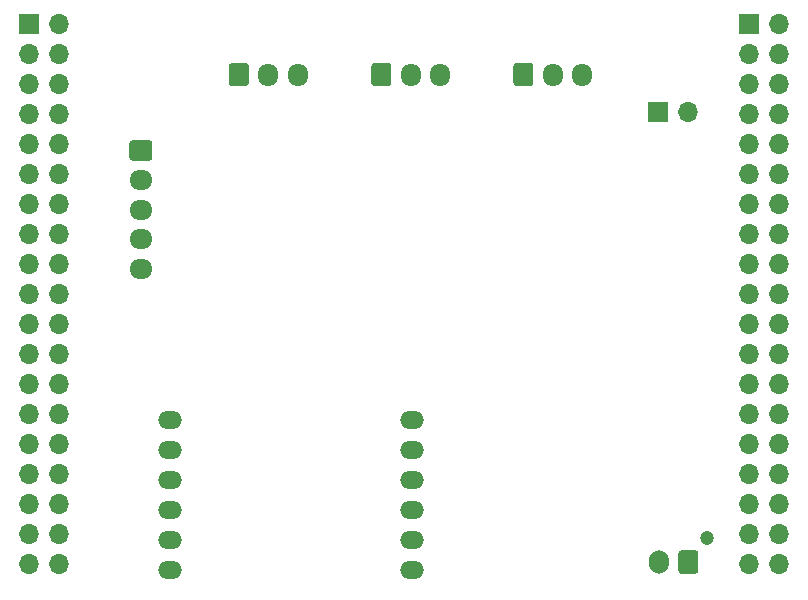
<source format=gbs>
G04 #@! TF.GenerationSoftware,KiCad,Pcbnew,(5.1.10)-1*
G04 #@! TF.CreationDate,2021-07-06T11:53:58+05:30*
G04 #@! TF.ProjectId,STM_Morpho,53544d5f-4d6f-4727-9068-6f2e6b696361,rev?*
G04 #@! TF.SameCoordinates,PX7bfa480PY7270e00*
G04 #@! TF.FileFunction,Soldermask,Bot*
G04 #@! TF.FilePolarity,Negative*
%FSLAX46Y46*%
G04 Gerber Fmt 4.6, Leading zero omitted, Abs format (unit mm)*
G04 Created by KiCad (PCBNEW (5.1.10)-1) date 2021-07-06 11:53:58*
%MOMM*%
%LPD*%
G01*
G04 APERTURE LIST*
%ADD10O,1.700000X1.700000*%
%ADD11R,1.700000X1.700000*%
%ADD12O,2.000000X1.500000*%
%ADD13O,1.950000X1.700000*%
%ADD14C,1.200000*%
%ADD15O,1.700000X2.000000*%
%ADD16O,1.700000X1.950000*%
G04 APERTURE END LIST*
D10*
G04 #@! TO.C,CN10*
X66750000Y3040000D03*
X64210000Y3040000D03*
X66750000Y5580000D03*
X64210000Y5580000D03*
X66750000Y8120000D03*
X64210000Y8120000D03*
X66750000Y10660000D03*
X64210000Y10660000D03*
X66750000Y13200000D03*
X64210000Y13200000D03*
X66750000Y15740000D03*
X64210000Y15740000D03*
X66750000Y18280000D03*
X64210000Y18280000D03*
X66750000Y20820000D03*
X64210000Y20820000D03*
X66750000Y23360000D03*
X64210000Y23360000D03*
X66750000Y25900000D03*
X64210000Y25900000D03*
X66750000Y28440000D03*
X64210000Y28440000D03*
X66750000Y30980000D03*
X64210000Y30980000D03*
X66750000Y33520000D03*
X64210000Y33520000D03*
X66750000Y36060000D03*
X64210000Y36060000D03*
X66750000Y38600000D03*
X64210000Y38600000D03*
X66750000Y41140000D03*
X64210000Y41140000D03*
X66750000Y43680000D03*
X64210000Y43680000D03*
X66750000Y46220000D03*
X64210000Y46220000D03*
X66750000Y48760000D03*
D11*
X64210000Y48760000D03*
G04 #@! TD*
D12*
G04 #@! TO.C,J1*
X35630000Y15240000D03*
X15170000Y15240000D03*
X35630000Y12700000D03*
X15170000Y12700000D03*
X35630000Y10160000D03*
X15170000Y10160000D03*
X35630000Y7620000D03*
X15170000Y7620000D03*
X35630000Y5080000D03*
X15170000Y5080000D03*
X35630000Y2540000D03*
X15170000Y2540000D03*
G04 #@! TD*
D11*
G04 #@! TO.C,J3*
X56515000Y41275000D03*
D10*
X59055000Y41275000D03*
G04 #@! TD*
G04 #@! TO.C,CN7*
X5790000Y3040000D03*
X3250000Y3040000D03*
X5790000Y5580000D03*
X3250000Y5580000D03*
X5790000Y8120000D03*
X3250000Y8120000D03*
X5790000Y10660000D03*
X3250000Y10660000D03*
X5790000Y13200000D03*
X3250000Y13200000D03*
X5790000Y15740000D03*
X3250000Y15740000D03*
X5790000Y18280000D03*
X3250000Y18280000D03*
X5790000Y20820000D03*
X3250000Y20820000D03*
X5790000Y23360000D03*
X3250000Y23360000D03*
X5790000Y25900000D03*
X3250000Y25900000D03*
X5790000Y28440000D03*
X3250000Y28440000D03*
X5790000Y30980000D03*
X3250000Y30980000D03*
X5790000Y33520000D03*
X3250000Y33520000D03*
X5790000Y36060000D03*
X3250000Y36060000D03*
X5790000Y38600000D03*
X3250000Y38600000D03*
X5790000Y41140000D03*
X3250000Y41140000D03*
X5790000Y43680000D03*
X3250000Y43680000D03*
X5790000Y46220000D03*
X3250000Y46220000D03*
X5790000Y48760000D03*
D11*
X3250000Y48760000D03*
G04 #@! TD*
G04 #@! TO.C,SPI1*
G36*
G01*
X11975000Y38870000D02*
X13425000Y38870000D01*
G75*
G02*
X13675000Y38620000I0J-250000D01*
G01*
X13675000Y37420000D01*
G75*
G02*
X13425000Y37170000I-250000J0D01*
G01*
X11975000Y37170000D01*
G75*
G02*
X11725000Y37420000I0J250000D01*
G01*
X11725000Y38620000D01*
G75*
G02*
X11975000Y38870000I250000J0D01*
G01*
G37*
D13*
X12700000Y35520000D03*
X12700000Y33020000D03*
X12700000Y30520000D03*
X12700000Y28020000D03*
G04 #@! TD*
D14*
G04 #@! TO.C,J2*
X60655000Y5175000D03*
D15*
X56555000Y3175000D03*
G36*
G01*
X59905000Y3925000D02*
X59905000Y2425000D01*
G75*
G02*
X59655000Y2175000I-250000J0D01*
G01*
X58455000Y2175000D01*
G75*
G02*
X58205000Y2425000I0J250000D01*
G01*
X58205000Y3925000D01*
G75*
G02*
X58455000Y4175000I250000J0D01*
G01*
X59655000Y4175000D01*
G75*
G02*
X59905000Y3925000I0J-250000D01*
G01*
G37*
G04 #@! TD*
D16*
G04 #@! TO.C,CAN3*
X50085000Y44450000D03*
X47585000Y44450000D03*
G36*
G01*
X44235000Y43725000D02*
X44235000Y45175000D01*
G75*
G02*
X44485000Y45425000I250000J0D01*
G01*
X45685000Y45425000D01*
G75*
G02*
X45935000Y45175000I0J-250000D01*
G01*
X45935000Y43725000D01*
G75*
G02*
X45685000Y43475000I-250000J0D01*
G01*
X44485000Y43475000D01*
G75*
G02*
X44235000Y43725000I0J250000D01*
G01*
G37*
G04 #@! TD*
G04 #@! TO.C,CAN2*
X38060000Y44450000D03*
X35560000Y44450000D03*
G36*
G01*
X32210000Y43725000D02*
X32210000Y45175000D01*
G75*
G02*
X32460000Y45425000I250000J0D01*
G01*
X33660000Y45425000D01*
G75*
G02*
X33910000Y45175000I0J-250000D01*
G01*
X33910000Y43725000D01*
G75*
G02*
X33660000Y43475000I-250000J0D01*
G01*
X32460000Y43475000D01*
G75*
G02*
X32210000Y43725000I0J250000D01*
G01*
G37*
G04 #@! TD*
G04 #@! TO.C,CAN1*
X25995000Y44450000D03*
X23495000Y44450000D03*
G36*
G01*
X20145000Y43725000D02*
X20145000Y45175000D01*
G75*
G02*
X20395000Y45425000I250000J0D01*
G01*
X21595000Y45425000D01*
G75*
G02*
X21845000Y45175000I0J-250000D01*
G01*
X21845000Y43725000D01*
G75*
G02*
X21595000Y43475000I-250000J0D01*
G01*
X20395000Y43475000D01*
G75*
G02*
X20145000Y43725000I0J250000D01*
G01*
G37*
G04 #@! TD*
M02*

</source>
